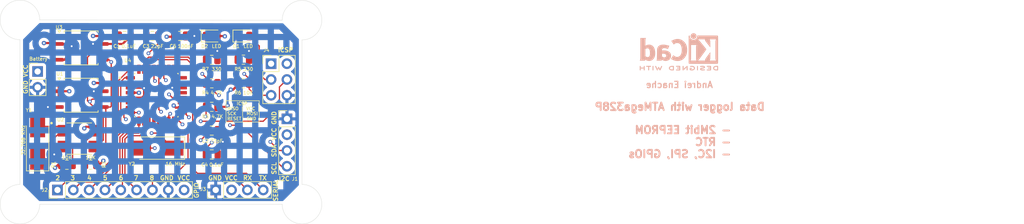
<source format=kicad_pcb>
(kicad_pcb (version 20240108) (generator "pcbnew") (generator_version "8.0")
  (title_block (title "${project_name}") (date "2025-01-03") (rev "1") (comment 1 "2-layer PCB version"))
  (layers (0 "F.Cu" mixed) (1 "In1.Cu" mixed) (2 "In2.Cu" mixed) (31 "B.Cu" mixed) (34 "B.Paste" user) (35 "F.Paste" user) (36 "B.SilkS" user "B.Silkscreen") (37 "F.SilkS" user "F.Silkscreen") (38 "B.Mask" user) (39 "F.Mask" user) (44 "Edge.Cuts" user))
  (property "project_name" "MCU Datalogger with memory and clock")
  (net 0 "")
  (net 1 "GND")
  (net 2 "/Vcc")
  (net 3 "Net-(U4-PB6)")
  (net 4 "Net-(U4-PB7)")
  (net 5 "Net-(U4-AREF)")
  (net 6 "Net-(D1-K)")
  (net 7 "/SCK")
  (net 8 "Net-(D2-K)")
  (net 9 "/SDA")
  (net 10 "/D8")
  (net 11 "/D2")
  (net 12 "/D3")
  (net 13 "/D6")
  (net 14 "/D5")
  (net 15 "/D4")
  (net 16 "/D7")
  (net 17 "/RX")
  (net 18 "/TX")
  (net 19 "/MOSI")
  (net 20 "/RESET")
  (net 21 "/MISO")
  (net 22 "Net-(U2-~{INTA})")
  (net 23 "Net-(U2-SQW{slash}~INT)")
  (net 24 "Net-(U2-X1)")
  (net 25 "Net-(U2-X2)")
  (net 35 "/SCL")
  (footprint "Connector_PinHeader_2.54mm:PinHeader_2x03_P2.54mm_Vertical" (layer "F.Cu") (at 111.9855 92.852)
    (property "Reference" "J4" (at -0.757 -2.174 0) (layer "F.SilkS") (effects (font (size 0.55 0.55) (thickness 0.1))))
    (property "Value" "Conn_02x03_Odd_Even" (hide yes))
    (pad "1" thru_hole rect (at 0 0) (size 1.7 1.7) (drill 1) (layers "*.Cu" "*.Mask") (net 21 "/MISO"))
    (pad "2" thru_hole oval (at 2.54 0) (size 1.7 1.7) (drill 1) (layers "*.Cu" "*.Mask") (net 2 "/Vcc"))
    (pad "3" thru_hole oval (at 0 2.54) (size 1.7 1.7) (drill 1) (layers "*.Cu" "*.Mask") (net 7 "/SCK"))
    (pad "4" thru_hole oval (at 2.54 2.54) (size 1.7 1.7) (drill 1) (layers "*.Cu" "*.Mask") (net 19 "/MOSI"))
    (pad "5" thru_hole oval (at 0 5.08) (size 1.7 1.7) (drill 1) (layers "*.Cu" "*.Mask") (net 20 "/RESET"))
    (pad "6" thru_hole oval (at 2.54 5.08) (size 1.7 1.7) (drill 1) (layers "*.Cu" "*.Mask") (net 1 "GND"))
  )
  (footprint "Footprints:SOIC127P600X175-8N" (layer "F.Cu") (at 81.2035 104.902)
    (property "Reference" "U2" (at -2.995 -3.048 0) (layer "F.SilkS") (effects (font (size 0.55 0.55) (thickness 0.1))))
    (property "Value" "DS1337S_" (hide yes))
    (pad "1" smd roundrect (at -2.475 -1.905) (size 1.97 0.59) (layers "F.Cu" "F.Paste" "F.Mask") (roundrect_rratio 0.125) (net 24 "Net-(U2-X1)"))
    (pad "2" smd roundrect (at -2.475 -0.635) (size 1.97 0.59) (layers "F.Cu" "F.Paste" "F.Mask") (roundrect_rratio 0.125) (net 25 "Net-(U2-X2)"))
    (pad "3" smd roundrect (at -2.475 0.635) (size 1.97 0.59) (layers "F.Cu" "F.Paste" "F.Mask") (roundrect_rratio 0.125) (net 22 "Net-(U2-~{INTA})"))
    (pad "4" smd roundrect (at -2.475 1.905) (size 1.97 0.59) (layers "F.Cu" "F.Paste" "F.Mask") (roundrect_rratio 0.125) (net 1 "GND"))
    (pad "5" smd roundrect (at 2.475 1.905) (size 1.97 0.59) (layers "F.Cu" "F.Paste" "F.Mask") (roundrect_rratio 0.125) (net 9 "/SDA"))
    (pad "6" smd roundrect (at 2.475 0.635) (size 1.97 0.59) (layers "F.Cu" "F.Paste" "F.Mask") (roundrect_rratio 0.125) (net 35 "/SCL"))
    (pad "7" smd roundrect (at 2.475 -0.635) (size 1.97 0.59) (layers "F.Cu" "F.Paste" "F.Mask") (roundrect_rratio 0.125) (net 23 "Net-(U2-SQW{slash}~INT)"))
    (pad "8" smd roundrect (at 2.475 -1.905) (size 1.97 0.59) (layers "F.Cu" "F.Paste" "F.Mask") (roundrect_rratio 0.125) (net 2 "/Vcc"))
  )
  (footprint "Footprints:QFP80P900X900X120-32N" (layer "F.Cu") (at 93.5755 97.917)
    (property "Reference" "U4" (at -4.572 -5.588 0) (layer "F.SilkS") (effects (font (size 0.55 0.55) (thickness 0.1))))
    (property "Value" "ATMEGA328P-AU" (hide yes))
    (pad "1" smd roundrect (at -4.17 -2.8) (size 1.47 0.55) (layers "F.Cu" "F.Paste" "F.Mask") (roundrect_rratio 0.125) (net 12 "/D3"))
    (pad "2" smd roundrect (at -4.17 -2) (size 1.47 0.55) (layers "F.Cu" "F.Paste" "F.Mask") (roundrect_rratio 0.125) (net 15 "/D4"))
    (pad "3" smd roundrect (at -4.17 -1.2) (size 1.47 0.55) (layers "F.Cu" "F.Paste" "F.Mask") (roundrect_rratio 0.125) (net 1 "GND"))
    (pad "4" smd roundrect (at -4.17 -0.4) (size 1.47 0.55) (layers "F.Cu" "F.Paste" "F.Mask") (roundrect_rratio 0.125) (net 2 "/Vcc"))
    (pad "5" smd roundrect (at -4.17 0.4) (size 1.47 0.55) (layers "F.Cu" "F.Paste" "F.Mask") (roundrect_rratio 0.125) (net 1 "GND"))
    (pad "6" smd roundrect (at -4.17 1.2) (size 1.47 0.55) (layers "F.Cu" "F.Paste" "F.Mask") (roundrect_rratio 0.125))
    (pad "7" smd roundrect (at -4.17 2) (size 1.47 0.55) (layers "F.Cu" "F.Paste" "F.Mask") (roundrect_rratio 0.125) (net 3 "Net-(U4-PB6)"))
    (pad "8" smd roundrect (at -4.17 2.8) (size 1.47 0.55) (layers "F.Cu" "F.Paste" "F.Mask") (roundrect_rratio 0.125) (net 4 "Net-(U4-PB7)"))
    (pad "9" smd roundrect (at -2.8 4.17) (size 0.55 1.47) (layers "F.Cu" "F.Paste" "F.Mask") (roundrect_rratio 0.125) (net 14 "/D5"))
    (pad "10" smd roundrect (at -2 4.17) (size 0.55 1.47) (layers "F.Cu" "F.Paste" "F.Mask") (roundrect_rratio 0.125) (net 13 "/D6"))
    (pad "11" smd roundrect (at -1.2 4.17) (size 0.55 1.47) (layers "F.Cu" "F.Paste" "F.Mask") (roundrect_rratio 0.125) (net 16 "/D7"))
    (pad "12" smd roundrect (at -0.4 4.17) (size 0.55 1.47) (layers "F.Cu" "F.Paste" "F.Mask") (roundrect_rratio 0.125) (net 10 "/D8"))
    (pad "13" smd roundrect (at 0.4 4.17) (size 0.55 1.47) (layers "F.Cu" "F.Paste" "F.Mask") (roundrect_rratio 0.125))
    (pad "14" smd roundrect (at 1.2 4.17) (size 0.55 1.47) (layers "F.Cu" "F.Paste" "F.Mask") (roundrect_rratio 0.125))
    (pad "15" smd roundrect (at 2 4.17) (size 0.55 1.47) (layers "F.Cu" "F.Paste" "F.Mask") (roundrect_rratio 0.125) (net 19 "/MOSI"))
    (pad "16" smd roundrect (at 2.8 4.17) (size 0.55 1.47) (layers "F.Cu" "F.Paste" "F.Mask") (roundrect_rratio 0.125) (net 21 "/MISO"))
    (pad "17" smd roundrect (at 4.17 2.8) (size 1.47 0.55) (layers "F.Cu" "F.Paste" "F.Mask") (roundrect_rratio 0.125) (net 7 "/SCK"))
    (pad "18" smd roundrect (at 4.17 2) (size 1.47 0.55) (layers "F.Cu" "F.Paste" "F.Mask") (roundrect_rratio 0.125) (net 2 "/Vcc"))
    (pad "19" smd roundrect (at 4.17 1.2) (size 1.47 0.55) (layers "F.Cu" "F.Paste" "F.Mask") (roundrect_rratio 0.125))
    (pad "20" smd roundrect (at 4.17 0.4) (size 1.47 0.55) (layers "F.Cu" "F.Paste" "F.Mask") (roundrect_rratio 0.125) (net 5 "Net-(U4-AREF)"))
    (pad "21" smd roundrect (at 4.17 -0.4) (size 1.47 0.55) (layers "F.Cu" "F.Paste" "F.Mask") (roundrect_rratio 0.125) (net 1 "GND"))
    (pad "22" smd roundrect (at 4.17 -1.2) (size 1.47 0.55) (layers "F.Cu" "F.Paste" "F.Mask") (roundrect_rratio 0.125))
    (pad "23" smd roundrect (at 4.17 -2) (size 1.47 0.55) (layers "F.Cu" "F.Paste" "F.Mask") (roundrect_rratio 0.125))
    (pad "24" smd roundrect (at 4.17 -2.8) (size 1.47 0.55) (layers "F.Cu" "F.Paste" "F.Mask") (roundrect_rratio 0.125))
    (pad "25" smd roundrect (at 2.8 -4.17) (size 0.55 1.47) (layers "F.Cu" "F.Paste" "F.Mask") (roundrect_rratio 0.125))
    (pad "26" smd roundrect (at 2 -4.17) (size 0.55 1.47) (layers "F.Cu" "F.Paste" "F.Mask") (roundrect_rratio 0.125))
    (pad "27" smd roundrect (at 1.2 -4.17) (size 0.55 1.47) (layers "F.Cu" "F.Paste" "F.Mask") (roundrect_rratio 0.125) (net 9 "/SDA"))
    (pad "28" smd roundrect (at 0.4 -4.17) (size 0.55 1.47) (layers "F.Cu" "F.Paste" "F.Mask") (roundrect_rratio 0.125) (net 35 "/SCL"))
    (pad "29" smd roundrect (at -0.4 -4.17) (size 0.55 1.47) (layers "F.Cu" "F.Paste" "F.Mask") (roundrect_rratio 0.125) (net 20 "/RESET"))
    (pad "30" smd roundrect (at -1.2 -4.17) (size 0.55 1.47) (layers "F.Cu" "F.Paste" "F.Mask") (roundrect_rratio 0.125) (net 17 "/RX"))
    (pad "31" smd roundrect (at -2 -4.17) (size 0.55 1.47) (layers "F.Cu" "F.Paste" "F.Mask") (roundrect_rratio 0.125) (net 18 "/TX"))
    (pad "32" smd roundrect (at -2.8 -4.17) (size 0.55 1.47) (layers "F.Cu" "F.Paste" "F.Mask") (roundrect_rratio 0.125) (net 11 "/D2"))
  )
  (footprint "Connector_PinHeader_2.54mm:PinHeader_1x09_P2.54mm_Vertical" (layer "F.Cu") (at 77.7105 113.157 90)
    (property "Reference" "J2" (at 0 -2.042 180) (layer "F.SilkS") (effects (font (size 0.55 0.55) (thickness 0.1))))
    (property "Value" "Conn_01x09_Pin" (hide yes))
    (pad "1" thru_hole rect (at 0 0 90) (size 1.7 1.7) (drill 1) (layers "*.Cu" "*.Mask") (net 11 "/D2"))
    (pad "2" thru_hole oval (at 0 2.54 90) (size 1.7 1.7) (drill 1) (layers "*.Cu" "*.Mask") (net 12 "/D3"))
    (pad "3" thru_hole oval (at 0 5.08 90) (size 1.7 1.7) (drill 1) (layers "*.Cu" "*.Mask") (net 15 "/D4"))
    (pad "4" thru_hole oval (at 0 7.62 90) (size 1.7 1.7) (drill 1) (layers "*.Cu" "*.Mask") (net 14 "/D5"))
    (pad "5" thru_hole oval (at 0 10.16 90) (size 1.7 1.7) (drill 1) (layers "*.Cu" "*.Mask") (net 13 "/D6"))
    (pad "6" thru_hole oval (at 0 12.7 90) (size 1.7 1.7) (drill 1) (layers "*.Cu" "*.Mask") (net 16 "/D7"))
    (pad "7" thru_hole oval (at 0 15.24 90) (size 1.7 1.7) (drill 1) (layers "*.Cu" "*.Mask") (net 10 "/D8"))
    (pad "8" thru_hole oval (at 0 17.78 90) (size 1.7 1.7) (drill 1) (layers "*.Cu" "*.Mask") (net 1 "GND"))
    (pad "9" thru_hole oval (at 0 20.32 90) (size 1.7 1.7) (drill 1) (layers "*.Cu" "*.Mask") (net 2 "/Vcc"))
  )
  (footprint "Capacitor_SMD:C_0805_2012Metric" (layer "F.Cu") (at 102.4655 107.442 180)
    (property "Reference" "C4" (at 1.143 -1.651 0) (layer "F.SilkS") (effects (font (size 0.55 0.55) (thickness 0.1))))
    (property "Value" "0.1uF" (at -0.762 -1.651 0) (layer "F.SilkS") (effects (font (size 0.55 0.55) (thickness 0.1))))
    (pad "1" smd roundrect (at -0.95 0 180) (size 1 1.45) (layers "F.Cu" "F.Paste" "F.Mask") (net 1 "GND"))
    (pad "2" smd roundrect (at 0.95 0 180) (size 1 1.45) (layers "F.Cu" "F.Paste" "F.Mask") (net 5 "Net-(U4-AREF)"))
  )
  (footprint "Capacitor_SMD:C_0805_2012Metric" (layer "F.Cu") (at 88.4955 88.392)
    (property "Reference" "C1" (at -1.27 1.651 0) (layer "F.SilkS") (effects (font (size 0.55 0.55) (thickness 0.1))))
    (property "Value" "0.1uF" (at 0.635 1.651 0) (layer "F.SilkS") (effects (font (size 0.55 0.55) (thickness 0.1))))
    (pad "1" smd roundrect (at -0.95 0) (size 1 1.45) (layers "F.Cu" "F.Paste" "F.Mask") (net 2 "/Vcc"))
    (pad "2" smd roundrect (at 0.95 0) (size 1 1.45) (layers "F.Cu" "F.Paste" "F.Mask") (net 1 "GND"))
  )
  (footprint "Resistor_SMD:R_0805_2012Metric" (layer "F.Cu") (at 79.2245 109.108)
    (property "Reference" "R1" (at -2.159 -0.015 90) (layer "F.SilkS") (effects (font (size 0.55 0.55) (thickness 0.1))))
    (property "Value" "10K" (at 0 -1.158 180) (layer "F.SilkS") (effects (font (size 0.55 0.55) (thickness 0.1))))
    (pad "1" smd roundrect (at -0.9125 0) (size 1.025 1.4) (layers "F.Cu" "F.Paste" "F.Mask") (roundrect_rratio 0.243902) (net 2 "/Vcc"))
    (pad "2" smd roundrect (at 0.9125 0) (size 1.025 1.4) (layers "F.Cu" "F.Paste" "F.Mask") (roundrect_rratio 0.243902) (net 22 "Net-(U2-~{INTA})"))
  )
  (footprint "Connector_PinHeader_2.54mm:PinHeader_1x04_P2.54mm_Vertical" (layer "F.Cu") (at 114.5305 101.727)
    (property "Reference" "J1" (at 1.27 9.652 0) (layer "F.SilkS") (effects (font (size 0.55 0.55) (thickness 0.1))))
    (property "Value" "Conn_01x04_Pin" (hide yes))
    (pad "1" thru_hole rect (at 0 0) (size 1.7 1.7) (drill 1) (layers "*.Cu" "*.Mask") (net 1 "GND"))
    (pad "2" thru_hole oval (at 0 2.54) (size 1.7 1.7) (drill 1) (layers "*.Cu" "*.Mask") (net 2 "/Vcc"))
    (pad "3" thru_hole oval (at 0 5.08) (size 1.7 1.7) (drill 1) (layers "*.Cu" "*.Mask") (net 9 "/SDA"))
    (pad "4" thru_hole oval (at 0 7.62) (size 1.7 1.7) (drill 1) (layers "*.Cu" "*.Mask") (net 35 "/SCL"))
  )
  (footprint "Resistor_SMD:R_0805_2012Metric" (layer "F.Cu") (at 102.4655 99.792 180)
    (property "Reference" "R3" (at 1.016 -1.554 0) (layer "F.SilkS") (effects (font (size 0.55 0.55) (thickness 0.1))))
    (property "Value" "4.7K" (at -0.889 -1.554 0) (layer "F.SilkS") (effects (font (size 0.55 0.55) (thickness 0.1))))
    (pad "1" smd roundrect (at -0.9125 0 180) (size 1.025 1.4) (layers "F.Cu" "F.Paste" "F.Mask") (roundrect_rratio 0.243902) (net 2 "/Vcc"))
    (pad "2" smd roundrect (at 0.9125 0 180) (size 1.025 1.4) (layers "F.Cu" "F.Paste" "F.Mask") (roundrect_rratio 0.243902) (net 35 "/SCL"))
  )
  (footprint "Capacitor_SMD:C_0805_2012Metric" (layer "F.Cu") (at 102.4655 103.602 180)
    (property "Reference" "C2" (at 1.016 -1.681 0) (layer "F.SilkS") (effects (font (size 0.55 0.55) (thickness 0.1))))
    (property "Value" "22pF" (at -0.762 -1.681 0) (layer "F.SilkS") (effects (font (size 0.55 0.55) (thickness 0.1))))
    (pad "1" smd roundrect (at -0.95 0 180) (size 1 1.45) (layers "F.Cu" "F.Paste" "F.Mask") (net 1 "GND"))
    (pad "2" smd roundrect (at 0.95 0 180) (size 1 1.45) (layers "F.Cu" "F.Paste" "F.Mask") (net 3 "Net-(U4-PB6)"))
  )
  (footprint "MountingHole:MountingHole_2.1mm" (layer "F.Cu") (at 116.9435 85.852)
    (property "Reference" "H3" (hide yes))
    (property "Value" "MountingHole" (hide yes))
    (pad "" np_thru_hole circle (at 0 0) (size 2.1 2.1) (drill 2.1) (layers "*.Cu" "*.Mask"))
  )
  (footprint "Package_SO:SOIC-8_5.23x5.23mm_P1.27mm" (layer "F.Cu") (at 81.5105 97.917)
    (property "Reference" "U1" (at -3.429 -3.429 0) (layer "F.SilkS") (effects (font (size 0.55 0.55) (thickness 0.1))))
    (property "Value" "24LC1025" (hide yes))
    (pad "1" smd roundrect (at -3.6 -1.905) (size 1.6 0.6) (layers "F.Cu" "F.Paste" "F.Mask") (net 2 "/Vcc"))
    (pad "2" smd roundrect (at -3.6 -0.635) (size 1.6 0.6) (layers "F.Cu" "F.Paste" "F.Mask") (net 2 "/Vcc"))
    (pad "3" smd roundrect (at -3.6 0.635) (size 1.6 0.6) (layers "F.Cu" "F.Paste" "F.Mask") (net 2 "/Vcc"))
    (pad "4" smd roundrect (at -3.6 1.905) (size 1.6 0.6) (layers "F.Cu" "F.Paste" "F.Mask") (net 1 "GND"))
    (pad "5" smd roundrect (at 3.6 1.905) (size 1.6 0.6) (layers "F.Cu" "F.Paste" "F.Mask") (net 9 "/SDA"))
    (pad "6" smd roundrect (at 3.6 0.635) (size 1.6 0.6) (layers "F.Cu" "F.Paste" "F.Mask") (net 35 "/SCL"))
    (pad "7" smd roundrect (at 3.6 -0.635) (size 1.6 0.6) (layers "F.Cu" "F.Paste" "F.Mask") (net 1 "GND"))
    (pad "8" smd roundrect (at 3.6 -1.905) (size 1.6 0.6) (layers "F.Cu" "F.Paste" "F.Mask") (net 2 "/Vcc"))
  )
  (footprint "Connector_PinHeader_2.54mm:PinHeader_1x02_P2.54mm_Vertical" (layer "F.Cu") (at 74.5255 94.107)
    (property "Reference" "BT1" (hide yes))
    (property "Value" "Battery" (at 0.127 -2.032 0) (layer "F.SilkS") (effects (font (size 0.55 0.55) (thickness 0.1))))
    (pad "1" thru_hole rect (at 0 0) (size 1.7 1.7) (drill 1) (layers "*.Cu" "*.Mask") (net 2 "/Vcc"))
    (pad "2" thru_hole oval (at 0 2.54) (size 1.7 1.7) (drill 1) (layers "*.Cu" "*.Mask") (net 1 "GND"))
  )
  (footprint "Connector_PinHeader_2.54mm:PinHeader_1x04_P2.54mm_Vertical" (layer "F.Cu") (at 103.1005 113.157 90)
    (property "Reference" "J3" (at 0.127 -2.032 180) (layer "F.SilkS") (effects (font (size 0.55 0.55) (thickness 0.1))))
    (property "Value" "Conn_01x04_Pin" (hide yes))
    (pad "1" thru_hole rect (at 0 0 90) (size 1.7 1.7) (drill 1) (layers "*.Cu" "*.Mask") (net 1 "GND"))
    (pad "2" thru_hole oval (at 0 2.54 90) (size 1.7 1.7) (drill 1) (layers "*.Cu" "*.Mask") (net 2 "/Vcc"))
    (pad "3" thru_hole oval (at 0 5.08 90) (size 1.7 1.7) (drill 1) (layers "*.Cu" "*.Mask") (net 17 "/RX"))
    (pad "4" thru_hole oval (at 0 7.62 90) (size 1.7 1.7) (drill 1) (layers "*.Cu" "*.Mask") (net 18 "/TX"))
  )
  (footprint "LED_SMD:LED_0805_2012Metric" (layer "F.Cu") (at 102.4655 88.407)
    (property "Reference" "D2" (at -1.143 1.636 0) (layer "F.SilkS") (effects (font (size 0.55 0.55) (thickness 0.1))))
    (property "Value" "LED" (at 0.762 1.636 0) (layer "F.SilkS") (effects (font (size 0.55 0.55) (thickness 0.1))))
    (pad "1" smd roundrect (at -0.9375 0) (size 0.975 1.4) (layers "F.Cu" "F.Paste" "F.Mask") (net 8 "Net-(D2-K)"))
    (pad "2" smd roundrect (at 0.9375 0) (size 0.975 1.4) (layers "F.Cu" "F.Paste" "F.Mask") (net 2 "/Vcc"))
  )
  (footprint "MountingHole:MountingHole_2.1mm" (layer "F.Cu") (at 116.9435 115.442999)
    (property "Reference" "H4" (hide yes))
    (property "Value" "MountingHole" (hide yes))
    (pad "" np_thru_hole circle (at 0 0) (size 2.1 2.1) (drill 2.1) (layers "*.Cu" "*.Mask"))
  )
  (footprint "LED_SMD:LED_0805_2012Metric" (layer "F.Cu") (at 107.5455 88.407)
    (property "Reference" "D1" (at -1.143 1.636 0) (layer "F.SilkS") (effects (font (size 0.55 0.55) (thickness 0.1))))
    (property "Value" "LED" (at 0.762 1.636 0) (layer "F.SilkS") (effects (font (size 0.55 0.55) (thickness 0.1))))
    (pad "1" smd roundrect (at -0.9375 0) (size 0.975 1.4) (layers "F.Cu" "F.Paste" "F.Mask") (net 6 "Net-(D1-K)"))
    (pad "2" smd roundrect (at 0.9375 0) (size 0.975 1.4) (layers "F.Cu" "F.Paste" "F.Mask") (net 7 "/SCK"))
  )
  (footprint "Resistor_SMD:R_0805_2012Metric" (layer "F.Cu") (at 102.4655 92.232)
    (property "Reference" "R7" (at -1.016 1.494 0) (layer "F.SilkS") (effects (font (size 0.55 0.55) (thickness 0.1))))
    (property "Value" "330" (at 0.762 1.494 0) (layer "F.SilkS") (effects (font (size 0.55 0.55) (thickness 0.1))))
    (pad "1" smd roundrect (at -0.9125 0) (size 1.025 1.4) (layers "F.Cu" "F.Paste" "F.Mask") (roundrect_rratio 0.243902) (net 8 "Net-(D2-K)"))
    (pad "2" smd roundrect (at 0.9125 0) (size 1.025 1.4) (layers "F.Cu" "F.Paste" "F.Mask") (roundrect_rratio 0.243902) (net 1 "GND"))
  )
  (footprint "Capacitor_SMD:C_0805_2012Metric" (layer "F.Cu") (at 97.3855 88.392)
    (property "Reference" "C5" (at -1.143 1.651 0) (layer "F.SilkS") (effects (font (size 0.55 0.55) (thickness 0.1))))
    (property "Value" "100nF" (at 0.889 1.651 0) (layer "F.SilkS") (effects (font (size 0.55 0.55) (thickness 0.1))))
    (pad "1" smd roundrect (at -0.95 0) (size 1 1.45) (layers "F.Cu" "F.Paste" "F.Mask") (net 2 "/Vcc"))
    (pad "2" smd roundrect (at 0.95 0) (size 1 1.45) (layers "F.Cu" "F.Paste" "F.Mask") (net 1 "GND"))
  )
  (footprint "Resistor_SMD:R_0805_2012Metric" (layer "F.Cu") (at 107.5455 96.012)
    (property "Reference" "R6" (at -0.889 1.524 0) (layer "F.SilkS") (effects (font (size 0.55 0.55) (thickness 0.1))))
    (property "Value" "10K" (at 0.762 1.524 0) (layer "F.SilkS") (effects (font (size 0.55 0.55) (thickness 0.1))))
    (pad "1" smd roundrect (at -0.9125 0) (size 1.025 1.4) (layers "F.Cu" "F.Paste" "F.Mask") (roundrect_rratio 0.243902) (net 2 "/Vcc"))
    (pad "2" smd roundrect (at 0.9125 0) (size 1.025 1.4) (layers "F.Cu" "F.Paste" "F.Mask") (roundrect_rratio 0.243902) (net 20 "/RESET"))
  )
  (footprint "Package_SO:SOIC-8_5.23x5.23mm_P1.27mm" (layer "F.Cu") (at 81.5105 90.312)
    (property "Reference" "U3" (at -3.556 -3.317 0) (layer "F.SilkS") (effects (font (size 0.55 0.55) (thickness 0.1))))
    (property "Value" "24LC1025" (hide yes))
    (pad "1" smd roundrect (at -3.6 -1.905) (size 1.6 0.6) (layers "F.Cu" "F.Paste" "F.Mask") (net 2 "/Vcc"))
    (pad "2" smd roundrect (at -3.6 -0.635) (size 1.6 0.6) (layers "F.Cu" "F.Paste" "F.Mask") (net 1 "GND"))
    (pad "3" smd roundrect (at -3.6 0.635) (size 1.6 0.6) (layers "F.Cu" "F.Paste" "F.Mask") (net 2 "/Vcc"))
    (pad "4" smd roundrect (at -3.6 1.905) (size 1.6 0.6) (layers "F.Cu" "F.Paste" "F.Mask") (net 1 "GND"))
    (pad "5" smd roundrect (at 3.6 1.905) (size 1.6 0.6) (layers "F.Cu" "F.Paste" "F.Mask") (net 9 "/SDA"))
    (pad "6" smd roundrect (at 3.6 0.635) (size 1.6 0.6) (layers "F.Cu" "F.Paste" "F.Mask") (net 35 "/SCL"))
    (pad "7" smd roundrect (at 3.6 -0.635) (size 1.6 0.6) (layers "F.Cu" "F.Paste" "F.Mask") (net 1 "GND"))
    (pad "8" smd roundrect (at 3.6 -1.905) (size 1.6 0.6) (layers "F.Cu" "F.Paste" "F.Mask") (net 2 "/Vcc"))
  )
  (footprint "Resistor_SMD:R_0805_2012Metric" (layer "F.Cu") (at 102.4655 96.012 180)
    (property "Reference" "R4" (at 1.016 -1.524 0) (layer "F.SilkS") (effects (font (size 0.55 0.55) (thickness 0.1))))
    (property "Value" "4.7K" (at -0.762 -1.524 0) (layer "F.SilkS") (effects (font (size 0.55 0.55) (thickness 0.1))))
    (pad "1" smd roundrect (at -0.9125 0 180) (size 1.025 1.4) (layers "F.Cu" "F.Paste" "F.Mask") (roundrect_rratio 0.243902) (net 2 "/Vcc"))
    (pad "2" smd roundrect (at 0.9125 0 180) (size 1.025 1.4) (layers "F.Cu" "F.Paste" "F.Mask") (roundrect_rratio 0.243902) (net 9 "/SDA"))
  )
  (footprint "MountingHole:MountingHole_2.1mm" (layer "F.Cu") (at 71.7315 85.852)
    (property "Reference" "H1" (hide yes))
    (property "Value" "MountingHole" (hide yes))
    (pad "" np_thru_hole circle (at 0 0) (size 2.1 2.1) (drill 2.1) (layers "*.Cu" "*.Mask"))
  )
  (footprint "Crystal:Crystal_SMD_5032-2Pin_5.0x3.2mm_HandSoldering" (layer "F.Cu") (at 74.5255 105.537 90)
    (property "Reference" "Y1" (at 5.207 -1.397 180) (layer "F.SilkS") (effects (font (size 0.55 0.55) (thickness 0.1))))
    (property "Value" "32.768 KHz" (at 0.381 -2.286 90) (layer "F.SilkS") (effects (font (size 0.55 0.55) (thickness 0.1))))
    (pad "1" smd rect (at -2.6 0 90) (size 3.5 2.4) (layers "F.Cu" "F.Paste" "F.Mask") (net 25 "Net-(U2-X2)"))
    (pad "2" smd rect (at 2.6 0 90) (size 3.5 2.4) (layers "F.Cu" "F.Paste" "F.Mask") (net 24 "Net-(U2-X1)"))
  )
  (footprint "Capacitor_SMD:C_0805_2012Metric" (layer "F.Cu") (at 92.9405 88.392)
    (property "Reference" "C3" (at -1.016 1.651 0) (layer "F.SilkS") (effects (font (size 0.55 0.55) (thickness 0.1))))
    (property "Value" "22pF" (at 0.762 1.651 0) (layer "F.SilkS") (effects (font (size 0.55 0.55) (thickness 0.1))))
    (pad "1" smd roundrect (at -0.95 0) (size 1 1.45) (layers "F.Cu" "F.Paste" "F.Mask") (net 1 "GND"))
    (pad "2" smd roundrect (at 0.95 0) (size 1 1.45) (layers "F.Cu" "F.Paste" "F.Mask") (net 4 "Net-(U4-PB7)"))
  )
  (footprint "Resistor_SMD:R_0805_2012Metric" (layer "F.Cu") (at 107.5455 92.202 180)
    (property "Reference" "R5" (at 0.889 -1.524 0) (layer "F.SilkS") (effects (font (size 0.55 0.55) (thickness 0.1))))
    (property "Value" "330" (at -0.762 -1.524 0) (layer "F.SilkS") (effects (font (size 0.55 0.55) (thickness 0.1))))
    (pad "1" smd roundrect (at -0.9125 0 180) (size 1.025 1.4) (layers "F.Cu" "F.Paste" "F.Mask") (roundrect_rratio 0.243902) (net 1 "GND"))
    (pad "2" smd roundrect (at 0.9125 0 180) (size 1.025 1.4) (layers "F.Cu" "F.Paste" "F.Mask") (roundrect_rratio 0.243902) (net 6 "Net-(D1-K)"))
  )
  (footprint "MountingHole:MountingHole_2.1mm" (layer "F.Cu") (at 71.690563 115.442999)
    (property "Reference" "H2" (hide yes))
    (property "Value" "MountingHole" (hide yes))
    (pad "" np_thru_hole circle (at 0 0) (size 2.1 2.1) (drill 2.1) (layers "*.Cu" "*.Mask"))
  )
  (footprint "Crystal:Crystal_SMD_5032-2Pin_5.0x3.2mm_HandSoldering" (layer "F.Cu") (at 93.5755 106.426 180)
    (property "Reference" "Y2" (at 3.937 -2.54 0) (layer "F.SilkS") (effects (font (size 0.55 0.55) (thickness 0.1))))
    (property "Value" "16 MHz" (at -3.048 -2.54 0) (layer "F.SilkS") (effects (font (size 0.55 0.55) (thickness 0.1))))
    (pad "1" smd rect (at -2.6 0 180) (size 3.5 2.4) (layers "F.Cu" "F.Paste" "F.Mask") (net 4 "Net-(U4-PB7)"))
    (pad "2" smd rect (at 2.6 0 180) (size 3.5 2.4) (layers "F.Cu" "F.Paste" "F.Mask") (net 3 "Net-(U4-PB6)"))
  )
  (footprint "Resistor_SMD:R_0805_2012Metric" (layer "F.Cu") (at 83.0345 109.108 180)
    (property "Reference" "R2" (at -2.159 0.015 90) (layer "F.SilkS") (effects (font (size 0.55 0.55) (thickness 0.1))))
    (property "Value" "10K" (at 0 1.158 180) (layer "F.SilkS") (effects (font (size 0.55 0.55) (thickness 0.1))))
    (pad "1" smd roundrect (at -0.9125 0 180) (size 1.025 1.4) (layers "F.Cu" "F.Paste" "F.Mask") (roundrect_rratio 0.243902) (net 2 "/Vcc"))
    (pad "2" smd roundrect (at 0.9125 0 180) (size 1.025 1.4) (layers "F.Cu" "F.Paste" "F.Mask") (roundrect_rratio 0.243902) (net 23 "Net-(U2-SQW{slash}~INT)"))
  )
  (footprint "Symbol:KiCad-Logo2_5mm_SilkScreen" (layer "B.Cu") (at 177.419 90.932 180)
    (property "Reference" "REF**" (hide yes))
    (property "Value" "KiCad-Logo2_5mm_SilkScreen" (hide yes))
  )
  (gr_line (start 110.0855 98.806) (end 110.0855 102.235) (stroke (width 0.1)) (layer "F.SilkS"))
  (gr_line (start 110.0855 102.235) (end 104.7515 102.235) (stroke (width 0.1)) (layer "F.SilkS"))
  (gr_line (start 104.7515 98.806) (end 110.0855 98.806) (stroke (width 0.1)) (layer "F.SilkS"))
  (gr_line (start 104.7515 102.235) (end 104.7515 98.806) (stroke (width 0.1)) (layer "F.SilkS"))
  (gr_arc (start 71.690563 88.986062) (mid 69.445495 83.565995) (end 74.865562 85.811063) (stroke (width 0.05)) (layer "Edge.Cuts"))
  (gr_line (start 113.7685 115.442999) (end 74.865562 115.442999) (stroke (width 0.05)) (layer "Edge.Cuts"))
  (gr_arc (start 74.865562 115.442999) (mid 69.445576 117.688051) (end 71.690563 112.268) (stroke (width 0.05)) (layer "Edge.Cuts"))
  (gr_line (start 74.865562 85.811063) (end 113.387501 85.852) (stroke (width 0.05)) (layer "Edge.Cuts"))
  (gr_arc (start 116.943499 112.268001) (mid 119.188564 117.688063) (end 113.7685 115.443) (stroke (width 0.05)) (layer "Edge.Cuts"))
  (gr_line (start 71.690563 88.986062) (end 71.690563 112.268) (stroke (width 0.05)) (layer "Edge.Cuts"))
  (gr_line (start 116.943499 89.027) (end 116.943499 112.268001) (stroke (width 0.05)) (layer "Edge.Cuts"))
  (gr_arc (start 113.7685 85.852001) (mid 119.188564 83.606936) (end 116.943499 89.027) (stroke (width 0.05)) (layer "Edge.Cuts"))
  (gr_line (start 113.387501 85.852) (end 113.7685 85.852) (stroke (width 0.05)) (layer "Edge.Cuts"))
  (gr_text "- 2Mbit EEPROM\n- RTC\n- I2C, SPI, GPIOs\n" (at 185.943385 108.077 0) (layer "B.SilkS") (effects (font (size 1.2 1.2) (thickness 0.3) (bold yes)) (justify left bottom mirror)))
  (gr_text "Data logger with ATMega328P" (at 191.343382 100.474703 0) (layer "B.SilkS") (effects (font (size 1.2 1.2) (thickness 0.3) (bold yes)) (justify left bottom mirror)))
  (gr_text "Andrei Enache" (at 182.970527 96.821274 0) (layer "B.SilkS") (effects (font (size 1 1) (thickness 0.2) (bold yes)) (justify left bottom mirror)))
  (gr_text "GND" (at 112.8795 102.743 90) (layer "F.SilkS") (effects (font (size 0.7 0.7)) (justify left bottom)))
  (gr_text "6" (at 87.4795 111.633 0) (layer "F.SilkS") (effects (font (size 0.7 0.7)) (justify left bottom)))
  (gr_text "GND" (at 101.8305 111.633 0) (layer "F.SilkS") (effects (font (size 0.7 0.7)) (justify left bottom)))
  (gr_text "GND" (at 94.0835 111.633 0) (layer "F.SilkS") (effects (font (size 0.7 0.7)) (justify left bottom)))
  (gr_text "VCC" (at 73.0015 95.123 90) (layer "F.SilkS") (effects (font (size 0.7 0.7)) (justify left bottom)))
  (gr_text "7" (at 89.8925 111.633 0) (layer "F.SilkS") (effects (font (size 0.7 0.7)) (justify left bottom)))
  (gr_text "VCC" (at 104.4975 111.633 0) (layer "F.SilkS") (effects (font (size 0.7 0.7)) (justify left bottom)))
  (gr_text "GPIO" (at 100.4335 114.554 90) (layer "F.SilkS") (effects (font (size 0.7 0.7)) (justify left bottom)))
  (gr_text "SERIAL" (at 113.1335 115.062 90) (layer "F.SilkS") (effects (font (size 0.7 0.7)) (justify left bottom)))
  (gr_text "I2C" (at 113.1335 111.76 0) (layer "F.SilkS") (effects (font (size 0.7 0.7)) (justify left bottom)))
  (gr_text "4" (at 82.3995 111.633 0) (layer "F.SilkS") (effects (font (size 0.7 0.7)) (justify left bottom)))
  (gr_text "VCC" (at 96.8775 111.633 0) (layer "F.SilkS") (effects (font (size 0.7 0.7)) (justify left bottom)))
  (gr_text "GND" (at 73.0015 97.79 90) (layer "F.SilkS") (effects (font (size 0.7 0.7)) (justify left bottom)))
  (gr_text "ICSP\n" (at 113.0065 91.059 0) (layer "F.SilkS") (effects (font (size 0.7 0.7)) (justify left bottom)))
  (gr_text "RX" (at 107.4185 111.633 0) (layer "F.SilkS") (effects (font (size 0.7 0.7)) (justify left bottom)))
  (gr_text "TX\n" (at 109.9585 111.633 0) (layer "F.SilkS") (effects (font (size 0.7 0.7)) (justify left bottom)))
  (gr_text "3" (at 79.7325 111.633 0) (layer "F.SilkS") (effects (font (size 0.7 0.7)) (justify left bottom)))
  (gr_text "5" (at 84.9395 111.633 0) (layer "F.SilkS") (effects (font (size 0.7 0.7)) (justify left bottom)))
  (gr_text "    ICSP\nMISO | VCC\nSCK  | MOSI\nRESET| GND" (at 104.8785 101.981 0) (layer "F.SilkS") (effects (font (size 0.5 0.5) (thickness 0.1)) (justify left bottom)))
  (gr_text "VCC" (at 112.8795 105.283 90) (layer "F.SilkS") (effects (font (size 0.7 0.7)) (justify left bottom)))
  (gr_text "2" (at 77.3195 111.633 0) (layer "F.SilkS") (effects (font (size 0.7 0.7)) (justify left bottom)))
  (gr_text "8" (at 92.4325 111.633 0) (layer "F.SilkS") (effects (font (size 0.7 0.7)) (justify left bottom)))
  (gr_text "SDA\n" (at 112.8795 107.95 90) (layer "F.SilkS") (effects (font (size 0.7 0.7)) (justify left bottom)))
  (gr_text "SCL" (at 112.8795 110.744 90) (layer "F.SilkS") (effects (font (size 0.7 0.7)) (justify left bottom)))
  (segment (start 103.378 90.8285) (end 103.378 92.232) (width 0.35) (layer "F.Cu") (net 1))
  (segment (start 97.7455 97.517) (end 96.933781 97.517) (width 0.35) (layer "F.Cu") (net 1))
  (segment (start 103.3545 90.805) (end 103.378 90.8285) (width 0.35) (layer "F.Cu") (net 1))
  (segment (start 77.8275 106.807) (end 77.5735 107.061) (width 0.35) (layer "F.Cu") (net 1))
  (segment (start 76.1765 99.822) (end 77.9105 99.822) (width 0.35) (layer "F.Cu") (net 1))
  (segment (start 99.6715 88.392) (end 98.3355 88.392) (width 0.35) (layer "F.Cu") (net 1))
  (segment (start 89.4055 96.717) (end 91.5515 96.717) (width 0.35) (layer "F.Cu") (net 1))
  (segment (start 77.9105 89.677) (end 78.710499 89.677) (width 0.35) (layer "F.Cu") (net 1))
  (segment (start 89.4055 98.317) (end 91.2705 98.317) (width 0.35) (layer "F.Cu") (net 1))
  (segment (start 89.4455 88.392) (end 91.9905 88.392) (width 0.35) (layer "F.Cu") (net 1))
  (segment (start 79.1355 90.102001) (end 79.1355 91.91) (width 0.35) (layer "F.Cu") (net 1))
  (segment (start 79.1355 91.91) (end 78.8285 92.217) (width 0.35) (layer "F.Cu") (net 1))
  (segment (start 85.1105 89.677) (end 88.1605 89.677) (width 0.35) (layer "F.Cu") (net 1))
  (segment (start 103.4155 105.41) (end 104.2435 105.41) (width 0.35) (layer "F.Cu") (net 1))
  (segment (start 77.5735 107.061) (end 77.1925 107.442) (width 0.35) (layer "F.Cu") (net 1))
  (segment (start 91.5515 96.717) (end 91.6085 96.774) (width 0.35) (layer "F.Cu") (net 1))
  (segment (start 108.4345 90.805) (end 108.458 90.8285) (width 0.35) (layer "F.Cu") (net 1))
  (segment (start 91.2705 98.317) (end 91.6085 97.979) (width 0.35) (layer "F.Cu") (net 1))
  (segment (start 83.5425 97.282) (end 85.1105 97.282) (width 0.35) (layer "F.Cu") (net 1))
  (segment (start 83.4305 89.677) (end 83.4155 89.662) (width 0.35) (layer "F.Cu") (net 1))
  (segment (start 78.710499 89.677) (end 79.1355 90.102001) (width 0.35) (layer "F.Cu") (net 1))
  (segment (start 103.4155 103.602) (end 103.4155 105.41) (width 0.35) (layer "F.Cu") (net 1))
  (segment (start 79.927499 90.102001) (end 79.1355 90.102001) (width 0.35) (layer "F.Cu") (net 1))
  (segment (start 103.4155 105.41) (end 103.4155 107.442) (width 0.35) (layer "F.Cu") (net 1))
  (segment (start 108.458 90.8285) (end 108.458 92.202) (width 0.35) (layer "F.Cu") (net 1))
  (segment (start 96.933781 97.517) (end 96.125781 96.709) (width 0.35) (layer "F.Cu") (net 1))
  (segment (start 91.6085 97.979) (end 91.6085 96.774) (width 0.35) (layer "F.Cu") (net 1))
  (segment (start 78.8285 92.217) (end 77.9105 92.217) (width 0.35) (layer "F.Cu") (net 1))
  (segment (start 79.9865 90.043) (end 79.927499 90.102001) (width 0.35) (layer "F.Cu") (net 1))
  (segment (start 85.1105 89.677) (end 83.4305 89.677) (width 0.35) (layer "F.Cu") (net 1))
  (segment (start 78.7285 106.807) (end 77.8275 106.807) (width 0.35) (layer "F.Cu") (net 1))
  (segment (start 88.1605 89.677) (end 89.4455 88.392) (width 0.35) (layer "F.Cu") (net 1))
  (via (at 103.3545 90.805) (size 0.7) (drill 0.3) (layers "F.Cu" "B.Cu") (net 1))
  (via (at 108.4345 90.805) (size 0.7) (drill 0.3) (layers "F.Cu" "B.Cu") (net 1))
  (via (at 91.6085 96.774) (size 0.7) (drill 0.3) (layers "F.Cu" "B.Cu") (net 1))
  (via (at 104.2435 105.41) (size 0.7) (drill 0.3) (layers "F.Cu" "B.Cu") (net 1))
  (via (at 83.5425 97.282) (size 0.7) (drill 0.3) (layers "F.Cu" "B.Cu") (net 1))
  (via (at 96.125781 96.709) (size 0.7) (drill 0.3) (layers "F.Cu" "B.Cu") (net 1))
  (via (at 77.1925 107.442) (size 0.7) (drill 0.3) (layers "F.Cu" "B.Cu") (net 1))
  (via (at 99.6715 88.392) (size 0.7) (drill 0.3) (layers "F.Cu" "B.Cu") (net 1))
  (via (at 76.1765 99.822) (size 0.7) (drill 0.3) (layers "F.Cu" "B.Cu") (net 1))
  (via (at 79.9865 90.043) (size 0.7) (drill 0.3) (layers "F.Cu" "B.Cu") (net 1))
  (via (at 83.4155 89.662) (size 0.7) (drill 0.3) (layers "F.Cu" "B.Cu") (net 1))
  (segment (start 77.9105 97.282) (end 77.9105 98.552) (width 0.35) (layer "F.Cu") (net 2))
  (segment (start 83.947 109.108) (end 84.4165 109.108) (width 0.35) (layer "F.Cu") (net 2))
  (segment (start 78.312 109.108) (end 77.8125 109.108) (width 0.35) (layer "F.Cu") (net 2))
  (segment (start 77.3045 88.407) (end 76.6855 89.026) (width 0.35) (layer "F.Cu") (net 2))
  (segment (start 90.7625 97.517) (end 90.7815 97.536) (width 0.35) (layer "F.Cu") (net 2))
  (segment (start 96.69245 99.917) (end 96.356475 99.581025) (width 0.35) (layer "F.Cu") (net 2))
  (segment (start 97.7455 99.917) (end 96.69245 99.917) (width 0.35) (layer "F.Cu") (net 2))
  (segment (start 105.8945 97.028) (end 105.5135 97.028) (width 0.35) (layer "F.Cu") (net 2))
  (segment (start 84.4165 109.108) (end 85.0665 108.458) (width 0.35) (layer "F.Cu") (net 2))
  (segment (start 85.049497 95.950997) (end 85.1105 96.012) (width 0.35) (layer "F.Cu") (net 2))
  (segment (start 83.5425 95.950997) (end 85.049497 95.950997) (width 0.35) (layer "F.Cu") (net 2))
  (segment (start 106.1485 96.774) (end 105.8945 97.028) (width 0.35) (layer "F.Cu") (net 2))
  (segment (start 104.561 88.4555) (end 104.5125 88.407) (width 0.35) (layer "F.Cu") (net 2))
  (segment (start 76.6855 90.298) (end 77.3345 90.947) (width 0.35) (layer "F.Cu") (net 2))
  (segment (start 77.9105 96.012) (end 77.9105 97.282) (width 0.35) (layer "F.Cu") (net 2))
  (segment (start 76.6855 89.026) (end 76.6855 89.535) (width 0.35) (layer "F.Cu") (net 2))
  (segment (start 85.1105 88.407) (end 87.5305 88.407) (width 0.35) (layer "F.Cu") (net 2))
  (segment (start 95.2265 88.519) (end 96.3085 88.519) (width 0.35) (layer "F.Cu") (net 2))
  (segment (start 103.378 96.012) (end 106.633 96.012) (width 0.35) (layer "F.Cu") (net 2))
  (segment (start 85.1105 88.407) (end 83.4305 88.407) (width 0.35) (layer "F.Cu") (net 2))
  (segment (start 76.6855 89.535) (end 76.6855 90.298) (width 0.35) (layer "F.Cu") (net 2))
  (segment (start 77.3345 90.947) (end 77.9105 90.947) (width 0.35) (layer "F.Cu") (net 2))
  (segment (start 96.3085 88.519) (end 96.4355 88.392) (width 0.35) (layer "F.Cu") (net 2))
  (segment (start 104.5125 88.407) (end 103.403 88.407) (width 0.35) (layer "F.Cu") (net 2))
  (segment (start 79.6055 97.282) (end 77.9105 97.282) (width 0.35) (layer "F.Cu") (net 2))
  (segment (start 104.7815 99.792) (end 103.378 99.792) (width 0.35) (layer "F.Cu") (net 2))
  (segment (start 106.633 96.2895) (end 106.1485 96.774) (width 0.35) (layer "F.Cu") (net 2))
  (segment (start 75.5415 89.535) (end 76.6855 89.535) (width 0.35) (layer "F.Cu") (net 2))
  (segment (start 106.633 96.012) (end 106.633 96.2895) (width 0.35) (layer "F.Cu") (net 2))
  (segment (start 89.4055 97.517) (end 90.7625 97.517) (width 0.35) (layer "F.Cu") (net 2))
  (segment (start 83.6785 102.997) (end 82.2725 102.997) (width 0.35) (layer "F.Cu") (net 2))
  (segment (start 105.0055 99.568) (end 104.7815 99.792) (width 0.35) (layer "F.Cu") (net 2))
  (segment (start 77.9105 88.407) (end 77.3045 88.407) (width 0.35) (layer "F.Cu") (net 2))
  (segment (start 82.2725 102.997) (end 82.0185 103.251) (width 0.35) (layer "F.Cu") (net 2))
  (segment (start 77.8125 109.108) (end 77.3195 109.601) (width 0.35) (layer "F.Cu") (net 2))
  (segment (start 83.4305 88.407) (end 83.4155 88.392) (width 0.35) (layer "F.Cu") (net 2))
  (segment (start 87.5305 88.407) (end 87.5455 88.392) (width 0.35) (layer "F.Cu") (net 2))
  (via (at 85.0665 108.458) (size 0.7) (drill 0.3) (layers "F.Cu" "B.Cu") (net 2))
  (via (at 83.5425 95.950997) (size 0.7) (drill 0.3) (layers "F.Cu" "B.Cu") (net 2))
  (via (at 105.0055 99.568) (size 0.7) (drill 0.3) (layers "F.Cu" "B.Cu") (net 2))
  (via (at 83.4155 88.392) (size 0.7) (drill 0.3) (layers "F.Cu" "B.Cu") (net 2))
  (via (at 104.561 88.4555) (size 0.7) (drill 0.3) (layers "F.Cu" "B.Cu") (net 2))
  (via (at 105.5135 97.028) (size 0.7) (drill 0.3) (layers "F.Cu" "B.Cu") (net 2))
  (via (at 75.5415 89.535) (size 0.7) (drill 0.3) (layers "F.Cu" "B.Cu") (net 2))
  (via (at 77.3195 109.601) (size 0.7) (drill 0.3) (layers "F.Cu" "B.Cu") (net 2))
  (via (at 82.0185 103.251) (size 0.7) (drill 0.3) (layers "F.Cu" "B.Cu") (net 2))
  (via (at 79.6055 97.282) (size 0.7) (drill 0.3) (layers "F.Cu" "B.Cu") (net 2))
  (via (at 95.2265 88.519) (size 0.7) (drill 0.3) (layers "F.Cu" "B.Cu") (net 2))
  (via (at 96.356475 99.581025) (size 0.7) (drill 0.3) (layers "F.Cu" "B.Cu") (net 2))
  (via (at 90.7815 97.536) (size 0.7) (drill 0.3) (layers "F.Cu" "B.Cu") (net 2))
  (segment (start 105.0055 99.568) (end 105.0055 97.536) (width 0.35) (layer "B.Cu") (net 2))
  (segment (start 105.0055 97.536) (end 105.5135 97.028) (width 0.35) (layer "B.Cu") (net 2))
  (segment (start 88.3705 100.356104) (end 88.809604 99.917) (width 0.2) (layer "F.Cu") (net 3))
  (segment (start 88.809604 99.917) (end 89.4055 99.917) (width 0.2) (layer "F.Cu") (net 3))
  (segment (start 100.6875 105.156) (end 101.5155 104.328) (width 0.2) (layer "F.Cu") (net 3))
  (segment (start 88.686 101.7905) (end 88.3705 101.475) (width 0.2) (layer "F.Cu") (net 3))
  (segment (start 90.9755 106.426) (end 93.3215 106.426) (width 0.2) (layer "F.Cu") (net 3))
  (segment (start 101.5155 104.328) (end 101.5155 103.602) (width 0.2) (layer "F.Cu") (net 3))
  (segment (start 88.3705 101.475) (end 88.3705 100.356104) (width 0.2) (layer "F.Cu") (net 3))
  (via (at 100.6875 105.156) (size 0.6) (drill 0.3) (layers "F.Cu" "B.Cu") (net 3))
  (via (at 88.686 101.7905) (size 0.6) (drill 0.3) (layers "F.Cu" "B.Cu") (net 3))
  (via (at 93.3215 106.426) (size 0.6) (drill 0.3) (layers "F.Cu" "B.Cu") (net 3))
  (segment (start 93.8905 89.601) (end 93.8905 88.392) (width 0.2) (layer "F.Cu") (net 4))
  (segment (start 96.1755 106.387686) (end 93.800814 104.013) (width 0.2) (layer "F.Cu") (net 4))
  (segment (start 90.7735 100.717) (end 89.4055 100.717) (width 0.2) (layer "F.Cu") (net 4))
  (segment (start 93.800814 104.013) (end 92.8135 104.013) (width 0.2) (layer "F.Cu") (net 4))
  (segment (start 96.1755 106.426) (end 96.1755 106.387686) (width 0.2) (layer "F.Cu") (net 4))
  (segment (start 92.3055 91.186) (end 93.8905 89.601) (width 0.2) (layer "F.Cu") (net 4))
  (via (at 92.3055 91.186) (size 0.6) (drill 0.3) (layers "F.Cu" "B.Cu") (net 4))
  (via (at 90.7735 100.717) (size 0.6) (drill 0.3) (layers "F.Cu" "B.Cu") (net 4))
  (via (at 92.8135 104.013) (size 0.6) (drill 0.3) (layers "F.Cu" "B.Cu") (net 4))
  (segment (start 95.6075 97.79) (end 96.1345 98.317) (width 0.2) (layer "F.Cu") (net 5))
  (segment (start 96.1345 98.317) (end 97.7455 98.317) (width 0.2) (layer "F.Cu") (net 5))
  (segment (start 101.5155 107.442) (end 101.5155 106.487) (width 0.2) (layer "F.Cu") (net 5))
  (segment (start 101.5155 106.487) (end 102.4655 105.537) (width 0.2) (layer "F.Cu") (net 5))
  (via (at 95.6075 97.79) (size 0.6) (drill 0.3) (layers "F.Cu" "B.Cu") (net 5))
  (via (at 102.4655 105.537) (size 0.6) (drill 0.3) (layers "F.Cu" "B.Cu") (net 5))
  (segment (start 106.608 88.407) (end 106.608 92.177) (width 0.2) (layer "F.Cu") (net 6))
  (segment (start 106.608 92.177) (end 106.633 92.202) (width 0.2) (layer "F.Cu") (net 6))
  (segment (start 110.0855 90.0095) (end 110.0855 94.488) (width 0.2) (layer "F.Cu") (net 7))
  (segment (start 98.0425 100.717) (end 98.7985 101.473) (width 0.2) (layer "F.Cu") (net 7))
  (segment (start 108.483 88.407) (end 110.0855 90.0095) (width 0.2) (layer "F.Cu") (net 7))
  (segment (start 110.0855 94.488) (end 110.9895 95.392) (width 0.2) (layer "F.Cu") (net 7))
  (segment (start 110.9895 95.392) (end 111.9855 95.392) (width 0.2) (layer "F.Cu") (net 7))
  (segment (start 97.7455 100.717) (end 98.0425 100.717) (width 0.2) (layer "F.Cu") (net 7))
  (via (at 98.7985 101.473) (size 0.6) (drill 0.3) (layers "F.Cu" "B.Cu") (net 7))
  (segment (start 101.528 92.207) (end 101.553 92.232) (width 0.2) (layer "F.Cu") (net 8))
  (segment (start 101.528 88.407) (end 101.528 92.207) (width 0.2) (layer "F.Cu") (net 8))
  (segment (start 85.4665 100.178) (end 85.1105 99.822) (width 0.2) (layer "F.Cu") (net 9))
  (segment (start 113.2605 106.807) (end 114.5305 106.807) (width 0.2) (layer "F.Cu") (net 9))
  (segment (start 83.6785 106.807) (end 84.6635 106.807) (width 0.2) (layer "F.Cu") (net 9))
  (segment (start 95.0995 95.504) (end 94.7755 95.18) (width 0.2) (layer "F.Cu") (net 9))
  (segment (start 103.6085 97.917) (end 103.458 97.917) (width 0.2) (layer "F.Cu") (net 9))
  (segment (start 85.4665 106.004) (end 85.4665 100.178) (width 0.2) (layer "F.Cu") (net 9))
  (segment (start 84.6635 106.807) (end 85.4665 106.004) (width 0.2) (layer "F.Cu") (net 9))
  (segment (start 101.553 95.0995) (end 100.9415 94.488) (width 0.2) (layer "F.Cu") (net 9))
  (segment (start 103.458 97.917) (end 101.553 96.012) (width 0.2) (layer "F.Cu") (net 9))
  (segment (start 86.2095 99.822) (end 85.1105 99.822) (width 0.2) (layer "F.Cu") (net 9))
  (segment (start 85.9705 92.217) (end 85.1105 92.217) (width 0.2) (layer "F.Cu") (net 9))
  (segment (start 101.553 96.012) (end 101.553 95.0995) (width 0.2) (layer "F.Cu") (net 9))
  (segment (start 86.3365 99.695) (end 86.2095 99.822) (width 0.2) (layer "F.Cu") (net 9))
  (segment (start 94.7755 95.18) (end 94.7755 93.747) (width 0.2) (layer "F.Cu") (net 9))
  (segment (start 86.3365 92.583) (end 85.9705 92.217) (width 0.2) (layer "F.Cu") (net 9))
  (segment (start 111.8635 105.41) (end 113.2605 106.807) (width 0.2) (layer "F.Cu") (net 9))
  (segment (start 86.3365 92.583) (end 86.3365 99.695) (width 0.2) (layer "F.Cu") (net 9))
  (via (at 100.9415 94.488) (size 0.6) (drill 0.3) (layers "F.Cu" "B.Cu") (net 9))
  (via (at 103.6085 97.917) (size 0.6) (drill 0.3) (layers "F.Cu" "B.Cu") (net 9))
  (via (at 86.3365 92.583) (size 0.6) (drill 0.3) (layers "F.Cu" "B.Cu") (net 9))
  (via (at 95.0995 95.504) (size 0.6) (drill 0.3) (layers "F.Cu" "B.Cu") (net 9))
  (via (at 111.8635 105.41) (size 0.6) (drill 0.3) (layers "F.Cu" "B.Cu") (net 9))
  (segment (start 93.1755 102.822) (end 93.1755 102.087) (width 0.2) (layer "F.Cu") (net 10))
  (segment (start 96.6235 110.617) (end 98.6555 108.585) (width 0.2) (layer "F.Cu") (net 10))
  (segment (start 98.0205 103.505) (end 93.8585 103.505) (width 0.2) (layer "F.Cu") (net 10))
  (segment (start 93.9565 110.617) (end 96.6235 110.617) (width 0.2) (layer "F.Cu") (net 10))
  (segment (start 93.8585 103.505) (end 93.1755 102.822) (width 0.2) (layer "F.Cu") (net 10))
  (segment (start 98.6555 108.585) (end 98.6555 104.14) (width 0.2) (layer "F.Cu") (net 10))
  (segment (start 92.9505 111.623) (end 93.9565 110.617) (width 0.2) (layer "F.Cu") (net 10))
  (segment (start 92.9505 113.157) (end 92.9505 111.623) (width 0.2) (layer "F.Cu") (net 10))
  (segment (start 98.6555 104.14) (end 98.0205 103.505) (width 0.2) (layer "F.Cu") (net 10))
  (segment (start 77.7105 113.157) (end 79.4885 111.379) (width 0.2) (layer "F.Cu") (net 11))
  (segment (start 89.305814 93.747) (end 90.7755 93.747) (width 0.2) (layer "F.Cu") (net 11))
  (segment (start 83.2885 111.379) (end 86.5335 108.134) (width 0.2) (layer "F.Cu") (net 11))
  (segment (start 86.5335 104.150943) (end 87.0605 103.623943) (width 0.2) (layer "F.Cu") (net 11))
  (segment (start 87.0605 103.623943) (end 87.0605 95.992314) (width 0.2) (layer "F.Cu") (net 11))
  (segment (start 87.0605 95.992314) (end 89.305814 93.747) (width 0.2) (layer "F.Cu") (net 11))
  (segment (start 79.4885 111.379) (end 83.2885 111.379) (width 0.2) (layer "F.Cu") (net 11))
  (segment (start 86.5335 108.134) (end 86.5335 104.150943) (width 0.2) (layer "F.Cu") (net 11))
  (segment (start 86.9335 108.448314) (end 83.494814 111.887) (width 0.2) (layer "F.Cu") (net 12))
  (segment (start 81.5205 111.887) (end 80.2505 113.157) (width 0.2) (layer "F.Cu") (net 12))
  (segment (start 87.4605 96.158) (end 87.4605 103.789629) (width 0.2) (layer "F.Cu") (net 12))
  (segment (start 87.4605 103.789629) (end 86.9335 104.316629) (width 0.2) (layer "F.Cu") (net 12))
  (segment (start 88.5015 95.117) (end 87.4605 96.158) (width 0.2) (layer "F.Cu") (net 12))
  (segment (start 83.494814 111.887) (end 81.5205 111.887) (width 0.2) (layer "F.Cu") (net 12))
  (segment (start 86.9335 104.316629) (end 86.9335 108.448314) (width 0.2) (layer "F.Cu") (net 12))
  (segment (start 89.4055 95.117) (end 88.5015 95.117) (width 0.2) (layer "F.Cu") (net 12))
  (segment (start 90.7625 104.032) (end 91.5755 103.219) (width 0.2) (layer "F.Cu") (net 13))
  (segment (start 87.8705 113.157) (end 88.1335 112.894) (width 0.2) (layer "F.Cu") (net 13))
  (segment (start 88.915186 104.032) (end 90.7625 104.032) (width 0.2) (layer "F.Cu") (net 13))
  (segment (start 88.1335 104.813686) (end 88.915186 104.032) (width 0.2) (layer "F.Cu") (net 13))
  (segment (start 91.5755 103.219) (end 91.5755 102.087) (width 0.2) (layer "F.Cu") (net 13))
  (segment (start 88.1335 112.894) (end 88.1335 104.813686) (width 0.2) (layer "F.Cu") (net 13))
  (segment (start 87.7335 110.754) (end 87.7335 104.648) (width 0.2) (layer "F.Cu") (net 14))
  (segment (start 90.4005 103.632) (end 90.7815 103.251) (width 0.2) (layer "F.Cu") (net 14))
  (segment (start 90.7815 103.251) (end 90.7755 103.245) (width 0.2) (layer "F.Cu") (net 14))
  (segment (start 90.7755 103.245) (end 90.7755 102.087) (width 0.2) (layer "F.Cu") (net 14))
  (segment (start 88.7495 103.632) (end 90.4005 103.632) (width 0.2) (layer "F.Cu") (net 14))
  (segment (start 87.7335 104.648) (end 88.7495 103.632) (width 0.2) (layer "F.Cu") (net 14))
  (segment (start 85.3305 113.157) (end 87.7335 110.754) (width 0.2) (layer "F.Cu") (net 14))
  (segment (start 87.8605 103.955315) (end 87.8605 96.323686) (width 0.2) (layer "F.Cu") (net 15))
  (segment (start 87.3335 108.614) (end 87.3335 104.482315) (width 0.2) (layer "F.Cu") (net 15))
  (segment (start 87.3335 104.482315) (end 87.8605 103.955315) (width 0.2) (layer "F.Cu") (net 15))
  (segment (start 88.267186 95.917) (end 89.4055 95.917) (width 0.2) (layer "F.Cu") (net 15))
  (segment (start 87.8605 96.323686) (end 88.267186 95.917) (width 0.2) (layer "F.Cu") (net 15))
  (segment (start 82.7905 113.157) (end 87.3335 108.614) (width 0.2) (layer "F.Cu") (net 15))
  (segment (start 89.080872 104.432) (end 90.928186 104.432) (width 0.2) (layer "F.Cu") (net 16))
  (segment (start 88.5335 104.979372) (end 89.080872 104.432) (width 0.2) (layer "F.Cu") (net 16))
  (segment (start 88.5335 111.28) (end 88.5335 104.979372) (width 0.2) (layer "F.Cu") (net 16))
  (segment (start 92.3755 102.984686) (end 92.3755 102.087) (width 0.2) (layer "F.Cu") (net 16))
  (segment (start 90.4105 113.157) (end 88.5335 111.28) (width 0.2) (layer "F.Cu") (net 16))
  (segment (start 90.928186 104.432) (end 92.3755 102.984686) (width 0.2) (layer "F.Cu") (net 16))
  (segment (start 99.3985 110.344) (end 99.3985 93.072) (width 0.2) (layer "F.Cu") (net 17))
  (segment (start 92.3755 92.767) (end 92.3755 93.747) (width 0.2) (layer "F.Cu") (net 17))
  (segment (start 100.1795 111.125) (end 99.3985 110.344) (width 0.2) (layer "F.Cu") (net 17))
  (segment (start 99.3985 93.072) (end 98.5285 92.202) (width 0.2) (layer "F.Cu") (net 17))
  (segment (start 98.5285 92.202) (end 92.9405 92.202) (width 0.2) (layer "F.Cu") (net 17))
  (segment (start 92.9405 92.202) (end 92.3755 92.767) (width 0.2) (layer "F.Cu") (net 17))
  (segment (start 108.1805 113.157) (end 106.1485 111.125) (width 0.2) (layer "F.Cu") (net 17))
  (segment (start 106.1485 111.125) (end 100.1795 111.125) (width 0.2) (layer "F.Cu") (net 17))
  (segment (start 100.1795 110.49) (end 99.7985 110.109) (width 0.2) (layer "F.Cu") (net 18))
  (segment (start 92.3245 91.802) (end 91.5755 92.551) (width 0.2) (layer "F.Cu") (net 18))
  (segment (start 108.0535 110.49) (end 100.1795 110.49) (width 0.2) (layer "F.Cu") (net 18))
  (segment (start 98.694186 91.802) (end 92.3245 91.802) (width 0.2) (layer "F.Cu") (net 18))
  (segment (start 99.7985 92.906314) (end 98.694186 91.802) (width 0.2) (layer "F.Cu") (net 18))
  (segment (start 110.7205 113.157) (end 108.0535 110.49) (width 0.2) (layer "F.Cu") (net 18))
  (segment (start 99.7985 110.109) (end 99.7985 92.906314) (width 0.2) (layer "F.Cu") (net 18))
  (segment (start 91.5755 92.551) (end 91.5755 93.747) (width 0.2) (layer "F.Cu") (net 18))
  (segment (start 113.3255 99.503) (end 110.7205 102.108) (width 0.2) (layer "F.Cu") (net 19))
  (segment (start 95.5755 101.124) (end 95.5755 102.087) (width 0.2) (layer "F.Cu") (net 19))
  (segment (start 95.798 100.9015) (end 95.5755 101.124) (width 0.2) (layer "F.Cu") (net 19))
  (segment (start 114.5255 95.392) (end 113.3255 96.592) (width 0.2) (layer "F.Cu") (net 19))
  (segment (start 110.7205 102.108) (end 100.6875 102.108) (width 0.2) (layer "F.Cu") (net 19))
  (segment (start 113.3255 96.592) (end 113.3255 99.503) (width 0.2) (layer "F.Cu") (net 19))
  (via (at 100.6875 102.108) (size 0.6) (drill 0.3) (layers "F.Cu" "B.Cu") (net 19))
  (via (at 95.798 100.9015) (size 0.6) (drill 0.3) (layers "F.Cu" "B.Cu") (net 19))
  (segment (start 93.3565 95.631) (end 93.1945 95.469) (width 0.2) (layer "F.Cu") (net 20))
  (segment (start 108.458 96.9245) (end 108.458 96.012) (width 0.2) (layer "F.Cu") (net 20))
  (segment (start 108.458 96.012) (end 108.458 95.2735) (width 0.2) (layer "F.Cu") (net 20))
  (segment (start 108.458 95.2735) (end 107.6725 94.488) (width 0.2) (layer "F.Cu") (net 20))
  (segment (start 93.1945 95.469) (end 93.1945 93.766) (width 0.2) (layer "F.Cu") (net 20))
  (segment (start 111.9855 97.932) (end 109.4655 97.932) (width 0.2) (layer "F.Cu") (net 20))
  (segment (start 109.4655 97.932) (end 108.458 96.9245) (width 0.2) (layer "F.Cu") (net 20))
  (segment (start 93.1945 93.766) (end 93.1755 93.747) (width 0.2) (layer "F.Cu") (net 20))
  (via (at 93.3565 95.631) (size 0.6) (drill 0.3) (layers "F.Cu" "B.Cu") (net 20))
  (via (at 107.6725 94.488) (size 0.6) (drill 0.3) (layers "F.Cu" "B.Cu") (net 20))
  (segment (start 97.2375 102.087) (end 97.7665 102.616) (width 0.2) (layer "F.Cu") (net 21))
  (segment (start 96.3755 102.087) (end 97.2375 102.087) (width 0.2) (layer "F.Cu") (net 21))
  (via (at 97.7665 102.616) (size 0.6) (drill 0.3) (layers "F.Cu" "B.Cu") (net 21))
  (segment (start 80.137 105.9605) (end 79.7135 105.537) (width 0.2) (layer "F.Cu") (net 22))
  (segment (start 80.137 109.108) (end 80.137 105.9605) (width 0.2) (layer "F.Cu") (net 22))
  (segment (start 79.7135 105.537) (end 78.7285 105.537) (width 0.2) (layer "F.Cu") (net 22))
  (segment (start 83.285394 104.267) (end 83.6785 104.267) (width 0.2) (layer "F.Cu") (net 23))
  (segment (start 82.122 105.430394) (end 83.285394 104.267) (width 0.2) (layer "F.Cu") (net 23))
  (segment (start 82.122 109.108) (end 82.122 105.430394) (width 0.2) (layer "F.Cu") (net 23))
  (segment (start 74.5255 102.937) (end 78.6685 102.937) (width 0.2) (layer "F.Cu") (net 24))
  (segment (start 78.6685 102.937) (end 78.7285 102.997) (width 0.2) (layer "F.Cu") (net 24))
  (segment (start 76.4305 105.58) (end 77.7435 104.267) (width 0.2) (layer "F.Cu") (net 25))
  (segment (start 76.4305 107.823) (end 76.4305 105.58) (width 0.2) (layer "F.Cu") (net 25))
  (segment (start 74.5255 108.137) (end 76.1165 108.137) (width 0.2) (layer "F.Cu") (net 25))
  (segment (start 77.7435 104.267) (end 78.7285 104.267) (width 0.2) (layer "F.Cu") (net 25))
  (segment (start 76.1165 108.137) (end 76.4305 107.823) (width 0.2) (layer "F.Cu") (net 25))
  (segment (start 114.5305 109.347) (end 113.6415 109.347) (width 0.2) (layer "F.Cu") (net 35))
  (segment (start 101.553 101.2425) (end 101.553 99.792) (width 0.2) (layer "F.Cu") (net 35))
  (segment (start 85.0665 101.346) (end 85.0665 105.134) (width 0.2) (layer "F.Cu") (net 35))
  (segment (start 82.6535 98.933) (end 82.9075 98.933) (width 0.2) (layer "F.Cu") (net 35))
  (segment (start 82.6535 98.933) (end 85.0665 101.346) (width 0.2) (layer "F.Cu") (net 35))
  (segment (start 82.9075 98.933) (end 83.2885 98.552) (width 0.2) (layer "F.Cu") (net 35))
  (segment (start 84.6635 105.537) (end 83.6785 105.537) (width 0.2) (layer "F.Cu") (net 35))
  (segment (start 93.9755 93.747) (end 93.9755 100.222) (width 0.2) (layer "F.Cu") (net 35))
  (segment (start 82.5265 98.806) (end 82.6535 98.933) (width 0.2) (layer "F.Cu") (net 35))
  (segment (start 82.5265 91.821) (end 82.5265 98.806) (width 0.2) (layer "F.Cu") (net 35))
  (segment (start 85.0665 105.134) (end 84.6635 105.537) (width 0.2) (layer "F.Cu") (net 35))
  (segment (start 83.4005 90.947) (end 82.5265 91.821) (width 0.2) (layer "F.Cu") (net 35))
  (segment (start 85.1105 90.947) (end 83.4005 90.947) (width 0.2) (layer "F.Cu") (net 35))
  (segment (start 112.4985 108.204) (end 107.0375 102.743) (width 0.2) (layer "F.Cu") (net 35))
  (segment (start 107.0375 102.743) (end 105.3865 102.743) (width 0.2) (layer "F.Cu") (net 35))
  (segment (start 83.2885 98.552) (end 85.1105 98.552) (width 0.2) (layer "F.Cu") (net 35))
  (segment (start 113.6415 109.347) (end 112.4985 108.204) (width 0.2) (layer "F.Cu") (net 35))
  (segment (start 93.9755 100.222) (end 94.3375 100.584) (width 0.2) (layer "F.Cu") (net 35))
  (segment (start 101.4495 101.346) (end 101.553 101.2425) (width 0.2) (layer "F.Cu") (net 35))
  (via (at 105.3865 102.743) (size 0.6) (drill 0.3) (layers "F.Cu" "B.Cu") (net 35))
  (via (at 94.3375 100.584) (size 0.6) (drill 0.3) (layers "F.Cu" "B.Cu") (net 35))
  (via (at 82.9075 98.933) (size 0.6) (drill 0.3) (layers "F.Cu" "B.Cu") (net 35))
  (via (at 101.4495 101.346) (size 0.6) (drill 0.3) (layers "F.Cu" "B.Cu") (net 35))
  (zone (net 1) (net_name "GND") (layer "B.Cu") (connect_pads (clearance 0.5)) (min_thickness 0.25) (fill yes (mode hatch) (thermal_gap 0.5) (thermal_bridge_width 0.5) (hatch_thickness 1) (hatch_gap 1.5) (hatch_orientation 0) (hatch_border_algorithm hatch_thickness) (hatch_min_hole_area 0.3))
    (polygon (pts (xy 113.5145 85.979) (xy 75.1605 85.979) (xy 71.8585 89.281) (xy 71.8585 112.014) (xy 75.1605 115.316) (xy 113.5145 115.316) (xy 116.8165 112.014) (xy 116.8165 89.281)))
  )
)
</source>
